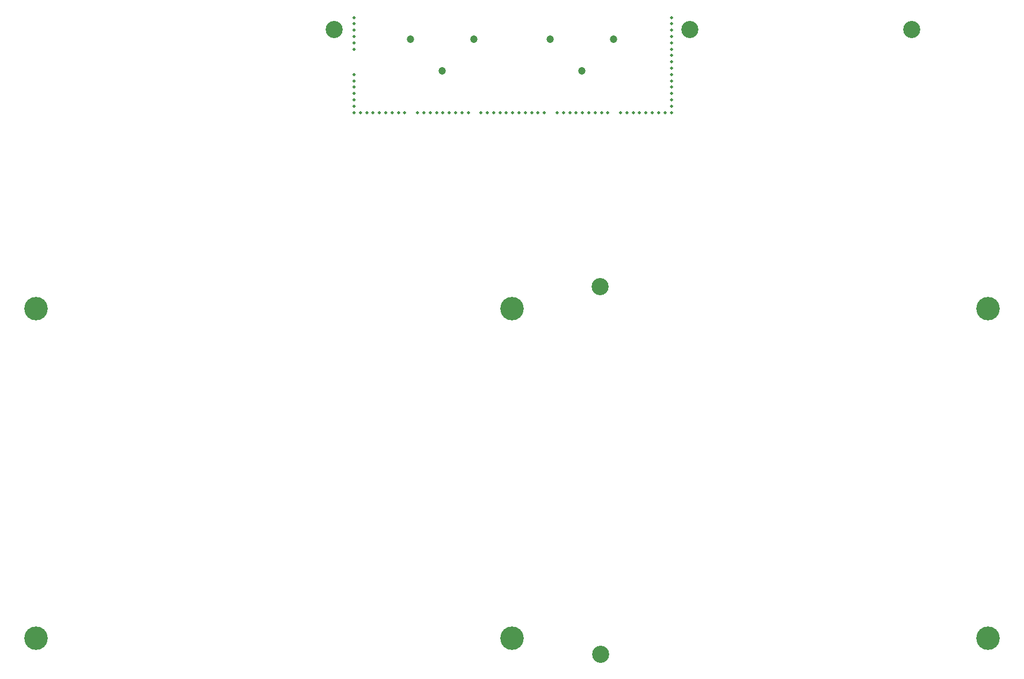
<source format=gbr>
%TF.GenerationSoftware,KiCad,Pcbnew,7.0.7-7.0.7~ubuntu23.04.1*%
%TF.CreationDate,2023-09-10T12:49:34+00:00*%
%TF.ProjectId,pedalboard-hw,70656461-6c62-46f6-9172-642d68772e6b,2.1.0*%
%TF.SameCoordinates,Original*%
%TF.FileFunction,NonPlated,1,2,NPTH,Drill*%
%TF.FilePolarity,Positive*%
%FSLAX46Y46*%
G04 Gerber Fmt 4.6, Leading zero omitted, Abs format (unit mm)*
G04 Created by KiCad (PCBNEW 7.0.7-7.0.7~ubuntu23.04.1) date 2023-09-10 12:49:34*
%MOMM*%
%LPD*%
G01*
G04 APERTURE LIST*
%TA.AperFunction,ComponentDrill*%
%ADD10C,0.500000*%
%TD*%
%TA.AperFunction,ComponentDrill*%
%ADD11C,1.200000*%
%TD*%
%TA.AperFunction,ComponentDrill*%
%ADD12C,2.700000*%
%TD*%
%TA.AperFunction,ComponentDrill*%
%ADD13C,3.700000*%
%TD*%
G04 APERTURE END LIST*
D10*
%TO.C,H12*%
X80100000Y-21075000D03*
X80100000Y-22075000D03*
X80100000Y-23075000D03*
X80100000Y-24075000D03*
X80100000Y-25075000D03*
X80100000Y-26075000D03*
X80100000Y-30075000D03*
X80100000Y-31075000D03*
X80100000Y-32075000D03*
X80100000Y-33075000D03*
X80100000Y-34075000D03*
X80100000Y-35075000D03*
X80100000Y-36075000D03*
X81100000Y-36075000D03*
X82100000Y-36075000D03*
X83100000Y-36075000D03*
X84100000Y-36075000D03*
X85100000Y-36075000D03*
X86100000Y-36075000D03*
X87100000Y-36075000D03*
X88100000Y-36075000D03*
X90100000Y-36075000D03*
X91100000Y-36075000D03*
X92100000Y-36075000D03*
X93100000Y-36075000D03*
X94100000Y-36075000D03*
X95100000Y-36075000D03*
X96100000Y-36075000D03*
X97100000Y-36075000D03*
X98100000Y-36075000D03*
X100100000Y-36075000D03*
X101100000Y-36075000D03*
X102100000Y-36075000D03*
X103100000Y-36075000D03*
X104100000Y-36075000D03*
X105100000Y-36075000D03*
X106100000Y-36075000D03*
X107100000Y-36075000D03*
X108100000Y-36075000D03*
X109100000Y-36075000D03*
X110100000Y-36075000D03*
X112100000Y-36075000D03*
X113100000Y-36075000D03*
X114100000Y-36075000D03*
X115100000Y-36075000D03*
X116100000Y-36075000D03*
X117100000Y-36075000D03*
X118100000Y-36075000D03*
X119100000Y-36075000D03*
X120100000Y-36075000D03*
X122100000Y-36075000D03*
X123100000Y-36075000D03*
X124100000Y-36075000D03*
X125100000Y-36075000D03*
X126100000Y-36075000D03*
X127100000Y-36075000D03*
X128100000Y-36075000D03*
X129100000Y-36075000D03*
X130100000Y-21075000D03*
X130100000Y-22075000D03*
X130100000Y-23075000D03*
X130100000Y-24075000D03*
X130100000Y-25075000D03*
X130100000Y-26075000D03*
X130100000Y-27075000D03*
X130100000Y-28075000D03*
X130100000Y-29075000D03*
X130100000Y-30075000D03*
X130100000Y-31075000D03*
X130100000Y-32075000D03*
X130100000Y-33075000D03*
X130100000Y-34075000D03*
X130100000Y-35075000D03*
X130100000Y-36075000D03*
D11*
%TO.C,J17*%
X89000000Y-24500000D03*
X94000000Y-29500000D03*
X99000000Y-24500000D03*
%TO.C,J16*%
X111000000Y-24500000D03*
X116000000Y-29500000D03*
X121000000Y-24500000D03*
D12*
%TO.C,H7*%
X77000000Y-23000000D03*
%TO.C,H10*%
X118900000Y-63565600D03*
%TO.C,H11*%
X118980000Y-121520000D03*
%TO.C,H8*%
X133000000Y-23000000D03*
%TO.C,H9*%
X168000000Y-23000000D03*
D13*
%TO.C,H1*%
X30000000Y-67000000D03*
%TO.C,H4*%
X30000000Y-119000000D03*
%TO.C,H2*%
X105000000Y-67000000D03*
%TO.C,H5*%
X105000000Y-119000000D03*
%TO.C,H3*%
X180000000Y-67000000D03*
%TO.C,H6*%
X180000000Y-119000000D03*
M02*

</source>
